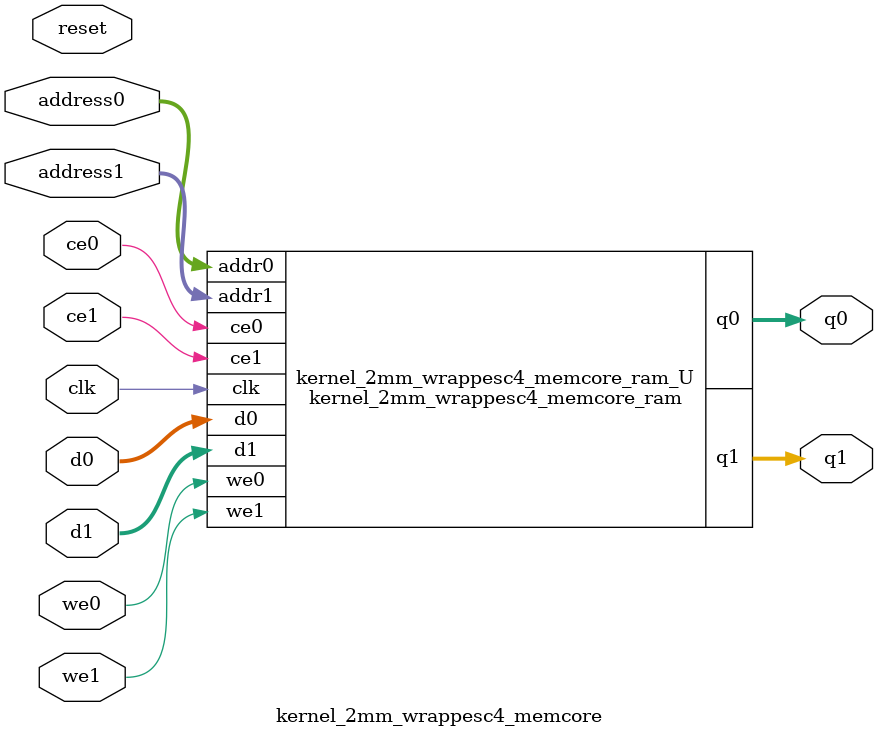
<source format=v>

`timescale 1 ns / 1 ps
module kernel_2mm_wrappesc4_memcore_ram (addr0, ce0, d0, we0, q0, addr1, ce1, d1, we1, q1,  clk);

parameter DWIDTH = 32;
parameter AWIDTH = 7;
parameter MEM_SIZE = 96;

input[AWIDTH-1:0] addr0;
input ce0;
input[DWIDTH-1:0] d0;
input we0;
output reg[DWIDTH-1:0] q0;
input[AWIDTH-1:0] addr1;
input ce1;
input[DWIDTH-1:0] d1;
input we1;
output reg[DWIDTH-1:0] q1;
input clk;

(* ram_style = "block" *)reg [DWIDTH-1:0] ram[0:MEM_SIZE-1];




always @(posedge clk)  
begin 
    if (ce0) 
    begin
        if (we0) 
        begin 
            ram[addr0] <= d0; 
            q0 <= d0;
        end 
        else 
            q0 <= ram[addr0];
    end
end


always @(posedge clk)  
begin 
    if (ce1) 
    begin
        if (we1) 
        begin 
            ram[addr1] <= d1; 
            q1 <= d1;
        end 
        else 
            q1 <= ram[addr1];
    end
end


endmodule


`timescale 1 ns / 1 ps
module kernel_2mm_wrappesc4_memcore(
    reset,
    clk,
    address0,
    ce0,
    we0,
    d0,
    q0,
    address1,
    ce1,
    we1,
    d1,
    q1);

parameter DataWidth = 32'd32;
parameter AddressRange = 32'd96;
parameter AddressWidth = 32'd7;
input reset;
input clk;
input[AddressWidth - 1:0] address0;
input ce0;
input we0;
input[DataWidth - 1:0] d0;
output[DataWidth - 1:0] q0;
input[AddressWidth - 1:0] address1;
input ce1;
input we1;
input[DataWidth - 1:0] d1;
output[DataWidth - 1:0] q1;



kernel_2mm_wrappesc4_memcore_ram kernel_2mm_wrappesc4_memcore_ram_U(
    .clk( clk ),
    .addr0( address0 ),
    .ce0( ce0 ),
    .we0( we0 ),
    .d0( d0 ),
    .q0( q0 ),
    .addr1( address1 ),
    .ce1( ce1 ),
    .we1( we1 ),
    .d1( d1 ),
    .q1( q1 ));

endmodule


</source>
